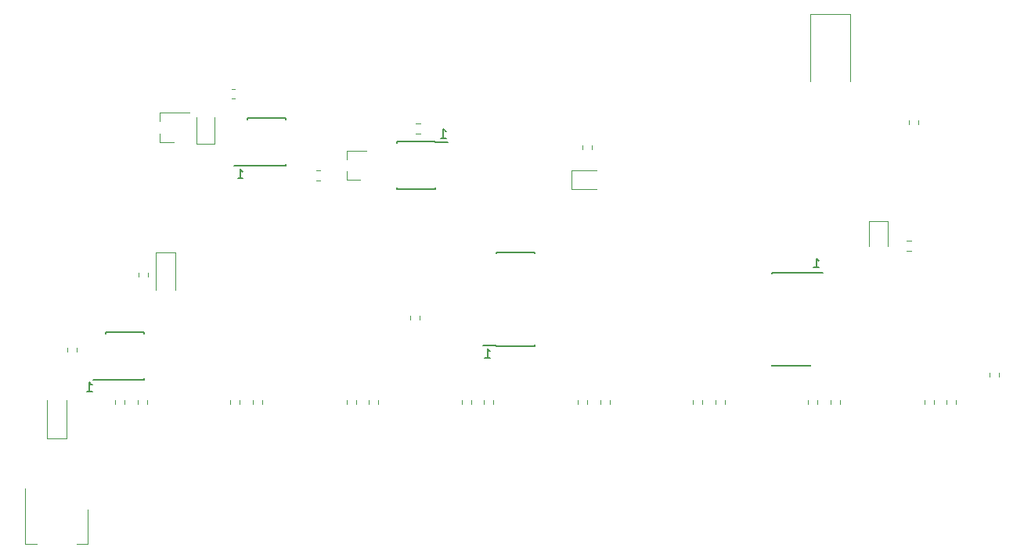
<source format=gbr>
G04 #@! TF.GenerationSoftware,KiCad,Pcbnew,(6.0.0-rc1-dev-1613-ga55d9819b)*
G04 #@! TF.CreationDate,2019-06-13T11:48:21+03:00
G04 #@! TF.ProjectId,stm32,73746d33-322e-46b6-9963-61645f706362,rev?*
G04 #@! TF.SameCoordinates,Original*
G04 #@! TF.FileFunction,Legend,Bot*
G04 #@! TF.FilePolarity,Positive*
%FSLAX46Y46*%
G04 Gerber Fmt 4.6, Leading zero omitted, Abs format (unit mm)*
G04 Created by KiCad (PCBNEW (6.0.0-rc1-dev-1613-ga55d9819b)) date Чт 13 июн 2019 11:48:21*
%MOMM*%
%LPD*%
G04 APERTURE LIST*
%ADD10C,0.150000*%
%ADD11C,0.120000*%
G04 APERTURE END LIST*
D10*
X49193485Y-94737180D02*
X49764914Y-94737180D01*
X49479200Y-94737180D02*
X49479200Y-93737180D01*
X49574438Y-93880038D01*
X49669676Y-93975276D01*
X49764914Y-94022895D01*
X71151785Y-90368380D02*
X71723214Y-90368380D01*
X71437500Y-90368380D02*
X71437500Y-89368380D01*
X71532738Y-89511238D01*
X71627976Y-89606476D01*
X71723214Y-89654095D01*
X32861285Y-117800380D02*
X33432714Y-117800380D01*
X33147000Y-117800380D02*
X33147000Y-116800380D01*
X33242238Y-116943238D01*
X33337476Y-117038476D01*
X33432714Y-117086095D01*
X111474285Y-104401880D02*
X112045714Y-104401880D01*
X111760000Y-104401880D02*
X111760000Y-103401880D01*
X111855238Y-103544738D01*
X111950476Y-103639976D01*
X112045714Y-103687595D01*
X75914285Y-114180880D02*
X76485714Y-114180880D01*
X76200000Y-114180880D02*
X76200000Y-113180880D01*
X76295238Y-113323738D01*
X76390476Y-113418976D01*
X76485714Y-113466595D01*
D11*
X122811000Y-88876000D02*
X122811000Y-88436000D01*
X121791000Y-88876000D02*
X121791000Y-88436000D01*
X40291200Y-106851900D02*
X40291200Y-102756900D01*
X40291200Y-102756900D02*
X42411200Y-102756900D01*
X42411200Y-102756900D02*
X42411200Y-106851900D01*
X30651000Y-118796000D02*
X30651000Y-122891000D01*
X30651000Y-122891000D02*
X28531000Y-122891000D01*
X28531000Y-122891000D02*
X28531000Y-118796000D01*
X31752000Y-113504000D02*
X31752000Y-113064000D01*
X30732000Y-113504000D02*
X30732000Y-113064000D01*
X67816000Y-109645000D02*
X67816000Y-110085000D01*
X68836000Y-109645000D02*
X68836000Y-110085000D01*
X38504400Y-104984100D02*
X38504400Y-105424100D01*
X39524400Y-104984100D02*
X39524400Y-105424100D01*
X60978000Y-94927500D02*
X60978000Y-93997500D01*
X60978000Y-91767500D02*
X60978000Y-92697500D01*
X60978000Y-91767500D02*
X63138000Y-91767500D01*
X60978000Y-94927500D02*
X62438000Y-94927500D01*
X111134000Y-76934000D02*
X115434000Y-76934000D01*
X115434000Y-76934000D02*
X115434000Y-84234000D01*
X111134000Y-76934000D02*
X111134000Y-84234000D01*
X87995000Y-95879000D02*
X85295000Y-95879000D01*
X85295000Y-95879000D02*
X85295000Y-93859000D01*
X85295000Y-93859000D02*
X87995000Y-93859000D01*
X117481000Y-102092000D02*
X117481000Y-99392000D01*
X117481000Y-99392000D02*
X119501000Y-99392000D01*
X119501000Y-99392000D02*
X119501000Y-102092000D01*
X40793000Y-90800000D02*
X40793000Y-89870000D01*
X40793000Y-87640000D02*
X40793000Y-88570000D01*
X40793000Y-87640000D02*
X43953000Y-87640000D01*
X40793000Y-90800000D02*
X42253000Y-90800000D01*
X131510000Y-116257500D02*
X131510000Y-115817500D01*
X130490000Y-116257500D02*
X130490000Y-115817500D01*
X122003000Y-101534500D02*
X121563000Y-101534500D01*
X122003000Y-102554500D02*
X121563000Y-102554500D01*
X68477000Y-89854500D02*
X68917000Y-89854500D01*
X68477000Y-88834500D02*
X68917000Y-88834500D01*
X36959000Y-119219000D02*
X36959000Y-118779000D01*
X35939000Y-119219000D02*
X35939000Y-118779000D01*
X39372000Y-119219000D02*
X39372000Y-118779000D01*
X38352000Y-119219000D02*
X38352000Y-118779000D01*
X49405000Y-119219000D02*
X49405000Y-118779000D01*
X48385000Y-119219000D02*
X48385000Y-118779000D01*
X51818000Y-119219000D02*
X51818000Y-118779000D01*
X50798000Y-119219000D02*
X50798000Y-118779000D01*
X61978000Y-119219000D02*
X61978000Y-118779000D01*
X60958000Y-119219000D02*
X60958000Y-118779000D01*
X64391000Y-119219000D02*
X64391000Y-118779000D01*
X63371000Y-119219000D02*
X63371000Y-118779000D01*
X74424000Y-119219000D02*
X74424000Y-118779000D01*
X73404000Y-119219000D02*
X73404000Y-118779000D01*
X76837000Y-119219000D02*
X76837000Y-118779000D01*
X75817000Y-119219000D02*
X75817000Y-118779000D01*
X86997000Y-119219000D02*
X86997000Y-118779000D01*
X85977000Y-119219000D02*
X85977000Y-118779000D01*
X89410000Y-119219000D02*
X89410000Y-118779000D01*
X88390000Y-119219000D02*
X88390000Y-118779000D01*
X99443000Y-119219000D02*
X99443000Y-118779000D01*
X98423000Y-119219000D02*
X98423000Y-118779000D01*
X101856000Y-119219000D02*
X101856000Y-118779000D01*
X100836000Y-119219000D02*
X100836000Y-118779000D01*
X111889000Y-119219000D02*
X111889000Y-118779000D01*
X110869000Y-119219000D02*
X110869000Y-118779000D01*
X114302000Y-119219000D02*
X114302000Y-118779000D01*
X113282000Y-119219000D02*
X113282000Y-118779000D01*
X124462000Y-119219000D02*
X124462000Y-118779000D01*
X123442000Y-119219000D02*
X123442000Y-118779000D01*
X126875000Y-119219000D02*
X126875000Y-118779000D01*
X125855000Y-119219000D02*
X125855000Y-118779000D01*
X58122000Y-93914500D02*
X57682000Y-93914500D01*
X58122000Y-94934500D02*
X57682000Y-94934500D01*
X87505000Y-91586500D02*
X87505000Y-91146500D01*
X86485000Y-91586500D02*
X86485000Y-91146500D01*
X33001000Y-134371000D02*
X31741000Y-134371000D01*
X26181000Y-134371000D02*
X27441000Y-134371000D01*
X33001000Y-130611000D02*
X33001000Y-134371000D01*
X26181000Y-128361000D02*
X26181000Y-134371000D01*
D10*
X70528000Y-90770000D02*
X70528000Y-90820000D01*
X66378000Y-90770000D02*
X66378000Y-90915000D01*
X66378000Y-95920000D02*
X66378000Y-95775000D01*
X70528000Y-95920000D02*
X70528000Y-95775000D01*
X70528000Y-90770000D02*
X66378000Y-90770000D01*
X70528000Y-95920000D02*
X66378000Y-95920000D01*
X70528000Y-90820000D02*
X71928000Y-90820000D01*
X77125000Y-112900000D02*
X77125000Y-112875000D01*
X81275000Y-112900000D02*
X81275000Y-112795000D01*
X81275000Y-102750000D02*
X81275000Y-102855000D01*
X77125000Y-102750000D02*
X77125000Y-102855000D01*
X77125000Y-112900000D02*
X81275000Y-112900000D01*
X77125000Y-102750000D02*
X81275000Y-102750000D01*
X77125000Y-112875000D02*
X75750000Y-112875000D01*
X111075000Y-104925000D02*
X111075000Y-104950000D01*
X106925000Y-104925000D02*
X106925000Y-105030000D01*
X106925000Y-115075000D02*
X106925000Y-114970000D01*
X111075000Y-115075000D02*
X111075000Y-114970000D01*
X111075000Y-104925000D02*
X106925000Y-104925000D01*
X111075000Y-115075000D02*
X106925000Y-115075000D01*
X111075000Y-104950000D02*
X112450000Y-104950000D01*
X34925000Y-116575000D02*
X34925000Y-116525000D01*
X39075000Y-116575000D02*
X39075000Y-116430000D01*
X39075000Y-111425000D02*
X39075000Y-111570000D01*
X34925000Y-111425000D02*
X34925000Y-111570000D01*
X34925000Y-116575000D02*
X39075000Y-116575000D01*
X34925000Y-111425000D02*
X39075000Y-111425000D01*
X34925000Y-116525000D02*
X33525000Y-116525000D01*
X50216000Y-93380000D02*
X50216000Y-93330000D01*
X54366000Y-93380000D02*
X54366000Y-93235000D01*
X54366000Y-88230000D02*
X54366000Y-88375000D01*
X50216000Y-88230000D02*
X50216000Y-88375000D01*
X50216000Y-93380000D02*
X54366000Y-93380000D01*
X50216000Y-88230000D02*
X54366000Y-88230000D01*
X50216000Y-93330000D02*
X48816000Y-93330000D01*
D11*
X46680000Y-88145000D02*
X46680000Y-91005000D01*
X46680000Y-91005000D02*
X44760000Y-91005000D01*
X44760000Y-91005000D02*
X44760000Y-88145000D01*
X48547233Y-86108000D02*
X48889767Y-86108000D01*
X48547233Y-85088000D02*
X48889767Y-85088000D01*
M02*

</source>
